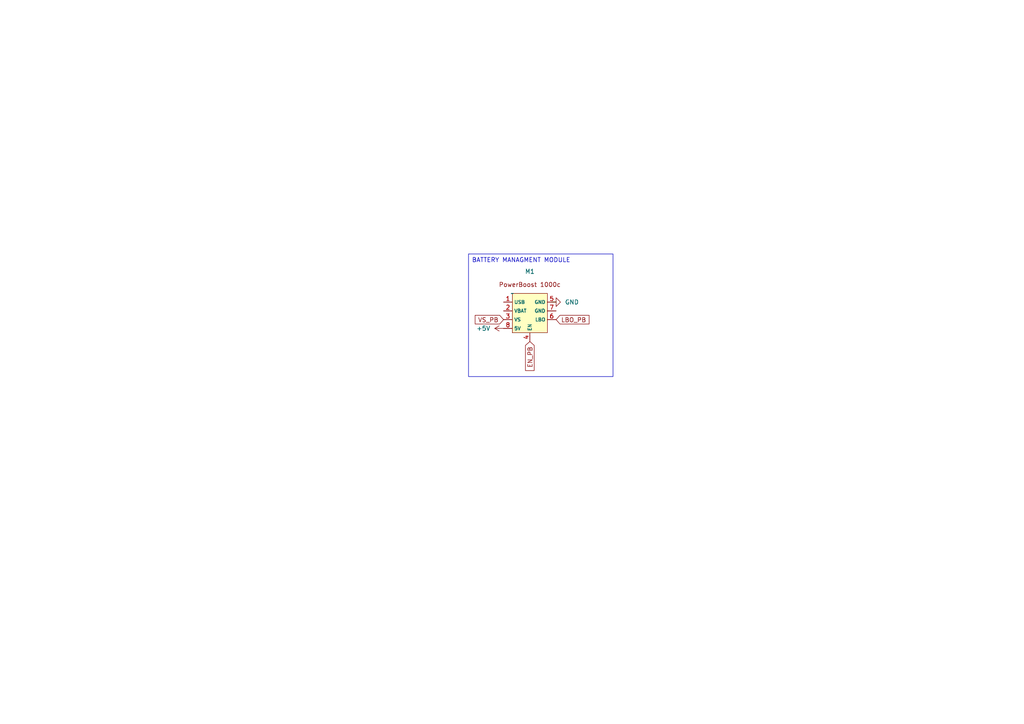
<source format=kicad_sch>
(kicad_sch (version 20230121) (generator eeschema)
  (paper "A4")
  (lib_symbols
    (symbol "CanSat:adafruit_PowerBoost_1000c"
      (property "Reference" "M" (at 5.08 5.08 0))
      (symbol "adafruit_PowerBoost_1000c_1_1"
        (rectangle (start 0 0) (end 10.16 -11.43) (fill (type background)))
        (text "PowerBoost 1000c" (at 5.08 2.54 0) (effects (font (size 1.27 1.27))))
        (pin output line (at -2.54 -2.54 0) (length 2.54) (name "USB") (number "1"))
        (pin output line (at -2.54 -5.08 0) (length 2.54) (name "VBAT") (number "2"))
        (pin output line (at -2.54 -7.62 0) (length 2.54) (name "VS") (number "3"))
        (pin input line (at 5.08 -13.97 90) (length 2.54) (name "EN") (number "4"))
        (pin bidirectional line (at 12.7 -2.54 180) (length 2.54) (name "GND") (number "5"))
        (pin bidirectional line (at 12.7 -7.62 180) (length 2.54) (name "LBO") (number "6"))
        (pin bidirectional line (at 12.7 -5.08 180) (length 2.54) (name "GND") (number "7"))
        (pin bidirectional line (at -2.54 -10.16 0) (length 2.54) (name "5V") (number "8"))
      )
    )
    (symbol "power:+5V" (power) (pin_names (offset 0))
      (property "Value" "+5V" (at 0 3.556 0))
      (symbol "+5V_0_1"
        (polyline (pts (xy -0.762 1.27) (xy 0 2.54)))
        (polyline (pts (xy 0 0) (xy 0 2.54)))
        (polyline (pts (xy 0 2.54) (xy 0.762 1.27)))
      )
      (symbol "+5V_1_1"
        (pin power_in line (at 0 0 90) (length 0) hide (name "+5V") (number "1"))
      )
    )
    (symbol "power:GND" (power) (pin_names (offset 0))
      (property "Value" "GND" (at 0 -3.81 0))
      (symbol "GND_0_1"
        (polyline (pts (xy 0 0) (xy 0 -1.27) (xy 1.27 -1.27) (xy 0 -2.54) (xy -1.27 -1.27) (xy 0 -1.27)))
      )
      (symbol "GND_1_1"
        (pin power_in line (at 0 0 270) (length 0) hide (name "GND") (number "1"))
      )
    )
  )
  (wire (pts (xy 161.29 87.63) (xy 160.02 87.63)))
  (text_box "BATTERY MANAGMENT MODULE" (at 135.89 73.66 0) (size 41.91 35.56) (effects (font (size 1.27 1.27)) (justify left top)))
  (global_label "EN_PB" (shape input) (at 153.67 99.06 270) (property "Intersheetrefs" "${INTERSHEET_REFS}" (effects hide)))
  (global_label "LBO_PB" (shape input) (at 161.29 92.71 0) (property "Intersheetrefs" "${INTERSHEET_REFS}" (effects hide)))
  (global_label "VS_PB" (shape input) (at 146.05 92.71 180) (property "Intersheetrefs" "${INTERSHEET_REFS}" (effects hide)))
  (symbol (lib_id "CanSat:adafruit_PowerBoost_1000c") (at 148.59 85.09 0) (unit 1)
    (property "Reference" "M1" (at 153.67 78.74 0))
    (property "Value" "~" (at 148.59 85.09 0))
    (property "Footprint" "CanSat:PowerBoost" (effects hide))
    (property "Datasheet" "https://cdn-learn.adafruit.com/downloads/pdf/adafruit-powerboost-1000c-load-share-usb-charge-boost.pdf" (effects hide))
  )
  (symbol (lib_id "power:+5V") (at 146.05 95.25 90) (unit 1)
    (property "Reference" "#PWR021" (effects hide))
    (property "Value" "+5V" (at 142.24 95.25 90) (effects (justify left)))
    (instances (project "cansat pcb" (path "" (reference "#PWR021") (unit 1)) (path "" (reference "#PWR01") (unit 1))))
  )
  (symbol (lib_id "power:GND") (at 160.02 87.63 90) (unit 1)
    (property "Reference" "#PWR01" (effects hide))
    (property "Value" "GND" (at 163.83 87.63 90) (effects (justify right)))
    (instances (project "cansat pcb" (path "" (reference "#PWR01") (unit 1)) (path "" (reference "#PWR021") (unit 1))))
  )
)
</source>
